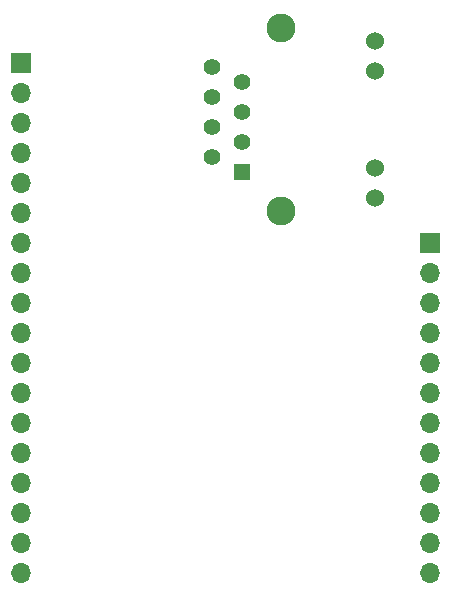
<source format=gbr>
%TF.GenerationSoftware,KiCad,Pcbnew,(5.1.10-1-10_14)*%
%TF.CreationDate,2022-02-26T18:00:52+01:00*%
%TF.ProjectId,esp-expander,6573702d-6578-4706-916e-6465722e6b69,rev?*%
%TF.SameCoordinates,Original*%
%TF.FileFunction,Copper,L2,Bot*%
%TF.FilePolarity,Positive*%
%FSLAX46Y46*%
G04 Gerber Fmt 4.6, Leading zero omitted, Abs format (unit mm)*
G04 Created by KiCad (PCBNEW (5.1.10-1-10_14)) date 2022-02-26 18:00:52*
%MOMM*%
%LPD*%
G01*
G04 APERTURE LIST*
%TA.AperFunction,ComponentPad*%
%ADD10R,1.398000X1.398000*%
%TD*%
%TA.AperFunction,ComponentPad*%
%ADD11C,1.398000*%
%TD*%
%TA.AperFunction,ComponentPad*%
%ADD12C,1.530000*%
%TD*%
%TA.AperFunction,ComponentPad*%
%ADD13C,2.445000*%
%TD*%
%TA.AperFunction,ComponentPad*%
%ADD14R,1.700000X1.700000*%
%TD*%
%TA.AperFunction,ComponentPad*%
%ADD15O,1.700000X1.700000*%
%TD*%
G04 APERTURE END LIST*
D10*
%TO.P,J2,1*%
%TO.N,HR_TD_+*%
X98044000Y-77398800D03*
D11*
%TO.P,J2,2*%
%TO.N,HR_TD_-*%
X95504000Y-76128800D03*
%TO.P,J2,3*%
%TO.N,HR_RD_+*%
X98044000Y-74858800D03*
%TO.P,J2,4*%
%TO.N,Net-(C22-Pad1)*%
X95504000Y-73588800D03*
%TO.P,J2,5*%
X98044000Y-72318800D03*
%TO.P,J2,6*%
%TO.N,HR_RD_-*%
X95504000Y-71048800D03*
%TO.P,J2,7*%
%TO.N,N/C*%
X98044000Y-69778800D03*
%TO.P,J2,8*%
%TO.N,GND1*%
X95504000Y-68508800D03*
D12*
%TO.P,J2,9*%
%TO.N,Net-(J2-Pad9)*%
X109294000Y-79573800D03*
%TO.P,J2,10*%
%TO.N,HR_GREEN*%
X109294000Y-77033800D03*
%TO.P,J2,12*%
%TO.N,Net-(J2-Pad12)*%
X109294000Y-66323800D03*
%TO.P,J2,11*%
%TO.N,HR_YELLOW*%
X109294000Y-68863800D03*
D13*
%TO.P,J2,15*%
%TO.N,GND1*%
X101344000Y-80693800D03*
%TO.P,J2,16*%
X101344000Y-65203800D03*
%TD*%
D14*
%TO.P,J4,1*%
%TO.N,VCC*%
X113944400Y-83362800D03*
D15*
%TO.P,J4,2*%
%TO.N,GND*%
X113944400Y-85902800D03*
%TO.P,J4,3*%
%TO.N,+3V3*%
X113944400Y-88442800D03*
%TO.P,J4,4*%
%TO.N,DIGITAL1*%
X113944400Y-90982800D03*
%TO.P,J4,5*%
%TO.N,DIGITAL2*%
X113944400Y-93522800D03*
%TO.P,J4,6*%
%TO.N,DIGITAL3*%
X113944400Y-96062800D03*
%TO.P,J4,7*%
%TO.N,DIGITAL4*%
X113944400Y-98602800D03*
%TO.P,J4,8*%
%TO.N,DIGITAL5*%
X113944400Y-101142800D03*
%TO.P,J4,9*%
%TO.N,PROGRAMMING_RESET*%
X113944400Y-103682800D03*
%TO.P,J4,10*%
%TO.N,PROGRAMMING_GPIO0*%
X113944400Y-106222800D03*
%TO.P,J4,11*%
%TO.N,PROGRAMMING_TX*%
X113944400Y-108762800D03*
%TO.P,J4,12*%
%TO.N,PROGRAMMING_RX*%
X113944400Y-111302800D03*
%TD*%
D14*
%TO.P,J3,1*%
%TO.N,+3V3*%
X79298800Y-68122800D03*
D15*
%TO.P,J3,2*%
%TO.N,/MCP/MCP1*%
X79298800Y-70662800D03*
%TO.P,J3,3*%
%TO.N,/MCP/MCP2*%
X79298800Y-73202800D03*
%TO.P,J3,4*%
%TO.N,/MCP/MCP3*%
X79298800Y-75742800D03*
%TO.P,J3,5*%
%TO.N,/MCP/MCP4*%
X79298800Y-78282800D03*
%TO.P,J3,6*%
%TO.N,/MCP/MCP5*%
X79298800Y-80822800D03*
%TO.P,J3,7*%
%TO.N,/MCP/MCP6*%
X79298800Y-83362800D03*
%TO.P,J3,8*%
%TO.N,/MCP/MCP7*%
X79298800Y-85902800D03*
%TO.P,J3,9*%
%TO.N,/MCP/MCP8*%
X79298800Y-88442800D03*
%TO.P,J3,10*%
%TO.N,/MCP/MCP9*%
X79298800Y-90982800D03*
%TO.P,J3,11*%
%TO.N,/MCP/MCP10*%
X79298800Y-93522800D03*
%TO.P,J3,12*%
%TO.N,/MCP/MCP11*%
X79298800Y-96062800D03*
%TO.P,J3,13*%
%TO.N,/MCP/MCP12*%
X79298800Y-98602800D03*
%TO.P,J3,14*%
%TO.N,/MCP/MCP13*%
X79298800Y-101142800D03*
%TO.P,J3,15*%
%TO.N,/MCP/MCP14*%
X79298800Y-103682800D03*
%TO.P,J3,16*%
%TO.N,/MCP/MCP15*%
X79298800Y-106222800D03*
%TO.P,J3,17*%
%TO.N,/MCP/MCP16*%
X79298800Y-108762800D03*
%TO.P,J3,18*%
%TO.N,GND*%
X79298800Y-111302800D03*
%TD*%
M02*

</source>
